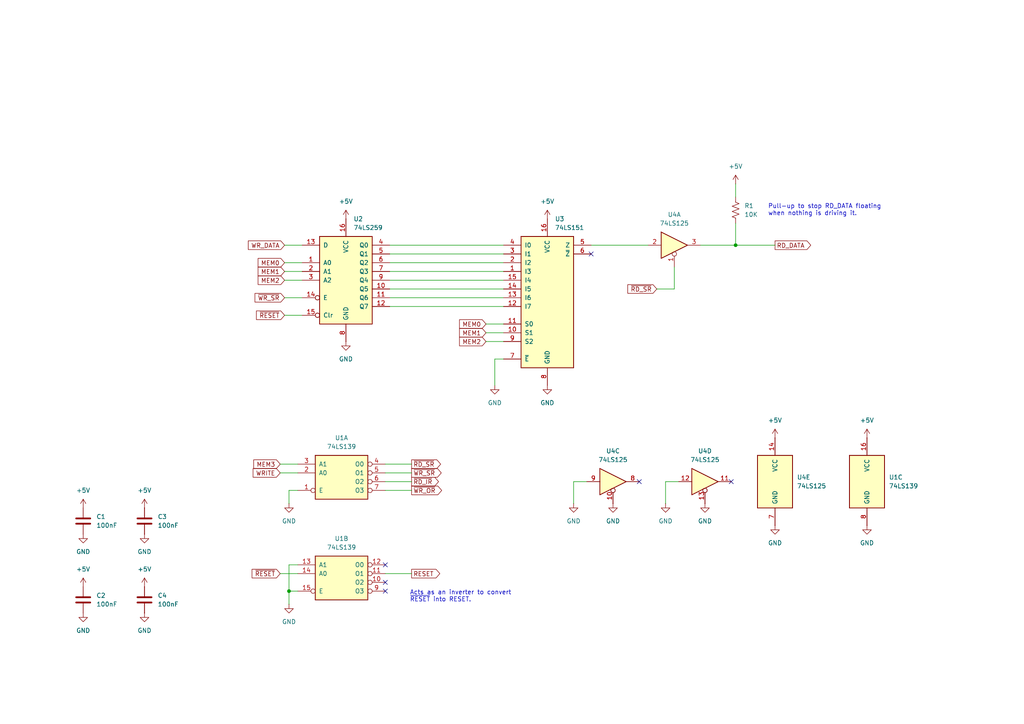
<source format=kicad_sch>
(kicad_sch (version 20231120) (generator "eeschema") (generator_version "8.0")
  (paper "A4")
  (title_block (title "UE1-TTL Memory Module") (date "2025") (rev "1") (comment 1 "Copyright (c) 2025 Rhys Weatherley") (comment 3 "Scratch Register and Address Decoding"))
  (lib_symbols
    (symbol "74xx:74LS125" (pin_names (offset 1.016))
      (property "Reference" "U" (at 0 1.27 0))
      (property "Value" "74LS125" (at 0 -1.27 0))
      (symbol "74LS125_1_0"
        (polyline (pts (xy -3.81 3.81) (xy -3.81 -3.81) (xy 3.81 0) (xy -3.81 3.81)) (stroke (width 0.254)) (fill (type background)))
        (pin input inverted (at 0 -6.35 90) (length 4.445) (name "~") (number "1"))
        (pin input line (at -7.62 0 0) (length 3.81) (name "~") (number "2"))
        (pin tri_state line (at 7.62 0 180) (length 3.81) (name "~") (number "3"))
      )
      (symbol "74LS125_2_0"
        (polyline (pts (xy -3.81 3.81) (xy -3.81 -3.81) (xy 3.81 0) (xy -3.81 3.81)) (stroke (width 0.254)) (fill (type background)))
        (pin input inverted (at 0 -6.35 90) (length 4.445) (name "~") (number "4"))
        (pin input line (at -7.62 0 0) (length 3.81) (name "~") (number "5"))
        (pin tri_state line (at 7.62 0 180) (length 3.81) (name "~") (number "6"))
      )
      (symbol "74LS125_3_0"
        (polyline (pts (xy -3.81 3.81) (xy -3.81 -3.81) (xy 3.81 0) (xy -3.81 3.81)) (stroke (width 0.254)) (fill (type background)))
        (pin input inverted (at 0 -6.35 90) (length 4.445) (name "~") (number "10"))
        (pin tri_state line (at 7.62 0 180) (length 3.81) (name "~") (number "8"))
        (pin input line (at -7.62 0 0) (length 3.81) (name "~") (number "9"))
      )
      (symbol "74LS125_4_0"
        (polyline (pts (xy -3.81 3.81) (xy -3.81 -3.81) (xy 3.81 0) (xy -3.81 3.81)) (stroke (width 0.254)) (fill (type background)))
        (pin tri_state line (at 7.62 0 180) (length 3.81) (name "~") (number "11"))
        (pin input line (at -7.62 0 0) (length 3.81) (name "~") (number "12"))
        (pin input inverted (at 0 -6.35 90) (length 4.445) (name "~") (number "13"))
      )
      (symbol "74LS125_5_0"
        (pin power_in line (at 0 12.7 270) (length 5.08) (name "VCC") (number "14"))
        (pin power_in line (at 0 -12.7 90) (length 5.08) (name "GND") (number "7"))
      )
      (symbol "74LS125_5_1"
        (rectangle (start -5.08 7.62) (end 5.08 -7.62) (stroke (width 0.254)) (fill (type background)))
      )
    )
    (symbol "74xx:74LS139" (pin_names (offset 1.016))
      (property "Reference" "U" (at -7.62 8.89 0))
      (property "Value" "74LS139" (at -7.62 -8.89 0))
      (symbol "74LS139_1_0"
        (pin input inverted (at -12.7 -5.08 0) (length 5.08) (name "E") (number "1"))
        (pin input line (at -12.7 0 0) (length 5.08) (name "A0") (number "2"))
        (pin input line (at -12.7 2.54 0) (length 5.08) (name "A1") (number "3"))
        (pin output inverted (at 12.7 2.54 180) (length 5.08) (name "O0") (number "4"))
        (pin output inverted (at 12.7 0 180) (length 5.08) (name "O1") (number "5"))
        (pin output inverted (at 12.7 -2.54 180) (length 5.08) (name "O2") (number "6"))
        (pin output inverted (at 12.7 -5.08 180) (length 5.08) (name "O3") (number "7"))
      )
      (symbol "74LS139_1_1"
        (rectangle (start -7.62 5.08) (end 7.62 -7.62) (stroke (width 0.254)) (fill (type background)))
      )
      (symbol "74LS139_2_0"
        (pin output inverted (at 12.7 -2.54 180) (length 5.08) (name "O2") (number "10"))
        (pin output inverted (at 12.7 0 180) (length 5.08) (name "O1") (number "11"))
        (pin output inverted (at 12.7 2.54 180) (length 5.08) (name "O0") (number "12"))
        (pin input line (at -12.7 2.54 0) (length 5.08) (name "A1") (number "13"))
        (pin input line (at -12.7 0 0) (length 5.08) (name "A0") (number "14"))
        (pin input inverted (at -12.7 -5.08 0) (length 5.08) (name "E") (number "15"))
        (pin output inverted (at 12.7 -5.08 180) (length 5.08) (name "O3") (number "9"))
      )
      (symbol "74LS139_2_1"
        (rectangle (start -7.62 5.08) (end 7.62 -7.62) (stroke (width 0.254)) (fill (type background)))
      )
      (symbol "74LS139_3_0"
        (pin power_in line (at 0 12.7 270) (length 5.08) (name "VCC") (number "16"))
        (pin power_in line (at 0 -12.7 90) (length 5.08) (name "GND") (number "8"))
      )
      (symbol "74LS139_3_1"
        (rectangle (start -5.08 7.62) (end 5.08 -7.62) (stroke (width 0.254)) (fill (type background)))
      )
    )
    (symbol "74xx:74LS151" (pin_names (offset 1.016))
      (property "Reference" "U" (at -7.62 19.05 0))
      (property "Value" "74LS151" (at -7.62 -21.59 0))
      (symbol "74LS151_1_0"
        (pin input line (at -12.7 7.62 0) (length 5.08) (name "I3") (number "1"))
        (pin input line (at -12.7 -10.16 0) (length 5.08) (name "S1") (number "10"))
        (pin input line (at -12.7 -7.62 0) (length 5.08) (name "S0") (number "11"))
        (pin input line (at -12.7 -2.54 0) (length 5.08) (name "I7") (number "12"))
        (pin input line (at -12.7 0 0) (length 5.08) (name "I6") (number "13"))
        (pin input line (at -12.7 2.54 0) (length 5.08) (name "I5") (number "14"))
        (pin input line (at -12.7 5.08 0) (length 5.08) (name "I4") (number "15"))
        (pin power_in line (at 0 22.86 270) (length 5.08) (name "VCC") (number "16"))
        (pin input line (at -12.7 10.16 0) (length 5.08) (name "I2") (number "2"))
        (pin input line (at -12.7 12.7 0) (length 5.08) (name "I1") (number "3"))
        (pin input line (at -12.7 15.24 0) (length 5.08) (name "I0") (number "4"))
        (pin output line (at 12.7 15.24 180) (length 5.08) (name "Z") (number "5"))
        (pin output line (at 12.7 12.7 180) (length 5.08) (name "~{Z}") (number "6"))
        (pin input line (at -12.7 -17.78 0) (length 5.08) (name "~{E}") (number "7"))
        (pin power_in line (at 0 -25.4 90) (length 5.08) (name "GND") (number "8"))
        (pin input line (at -12.7 -12.7 0) (length 5.08) (name "S2") (number "9"))
      )
      (symbol "74LS151_1_1"
        (rectangle (start -7.62 17.78) (end 7.62 -20.32) (stroke (width 0.254)) (fill (type background)))
      )
    )
    (symbol "74xx:74LS259" (pin_names (offset 1.016))
      (property "Reference" "U" (at -7.62 13.97 0))
      (property "Value" "74LS259" (at -7.62 -13.97 0))
      (symbol "74LS259_1_0"
        (pin input line (at -12.7 5.08 0) (length 5.08) (name "A0") (number "1"))
        (pin output line (at 12.7 -2.54 180) (length 5.08) (name "Q5") (number "10"))
        (pin output line (at 12.7 -5.08 180) (length 5.08) (name "Q6") (number "11"))
        (pin output line (at 12.7 -7.62 180) (length 5.08) (name "Q7") (number "12"))
        (pin input line (at -12.7 10.16 0) (length 5.08) (name "D") (number "13"))
        (pin input inverted (at -12.7 -5.08 0) (length 5.08) (name "E") (number "14"))
        (pin input inverted (at -12.7 -10.16 0) (length 5.08) (name "Clr") (number "15"))
        (pin power_in line (at 0 17.78 270) (length 5.08) (name "VCC") (number "16"))
        (pin input line (at -12.7 2.54 0) (length 5.08) (name "A1") (number "2"))
        (pin input line (at -12.7 0 0) (length 5.08) (name "A2") (number "3"))
        (pin output line (at 12.7 10.16 180) (length 5.08) (name "Q0") (number "4"))
        (pin output line (at 12.7 7.62 180) (length 5.08) (name "Q1") (number "5"))
        (pin output line (at 12.7 5.08 180) (length 5.08) (name "Q2") (number "6"))
        (pin output line (at 12.7 2.54 180) (length 5.08) (name "Q3") (number "7"))
        (pin power_in line (at 0 -17.78 90) (length 5.08) (name "GND") (number "8"))
        (pin output line (at 12.7 0 180) (length 5.08) (name "Q4") (number "9"))
      )
      (symbol "74LS259_1_1"
        (rectangle (start -7.62 12.7) (end 7.62 -12.7) (stroke (width 0.254)) (fill (type background)))
      )
    )
    (symbol "Device:C" (pin_numbers hide) (pin_names (offset 0.254))
      (property "Reference" "C" (at 0.635 2.54 0))
      (property "Value" "C" (at 0.635 -2.54 0))
      (symbol "C_0_1"
        (polyline (pts (xy -2.032 -0.762) (xy 2.032 -0.762)) (stroke (width 0.508)))
        (polyline (pts (xy -2.032 0.762) (xy 2.032 0.762)) (stroke (width 0.508)))
      )
      (symbol "C_1_1"
        (pin passive line (at 0 3.81 270) (length 2.794) (name "~") (number "1"))
        (pin passive line (at 0 -3.81 90) (length 2.794) (name "~") (number "2"))
      )
    )
    (symbol "Device:R_US" (pin_numbers hide) (pin_names (offset 0))
      (property "Reference" "R" (at 2.54 0 90))
      (property "Value" "R_US" (at -2.54 0 90))
      (symbol "R_US_0_1"
        (polyline (pts (xy 0 -2.286) (xy 0 -2.54)))
        (polyline (pts (xy 0 2.286) (xy 0 2.54)))
        (polyline (pts (xy 0 -0.762) (xy 1.016 -1.143) (xy 0 -1.524) (xy -1.016 -1.905) (xy 0 -2.286)))
        (polyline (pts (xy 0 0.762) (xy 1.016 0.381) (xy 0 0) (xy -1.016 -0.381) (xy 0 -0.762)))
        (polyline (pts (xy 0 2.286) (xy 1.016 1.905) (xy 0 1.524) (xy -1.016 1.143) (xy 0 0.762)))
      )
      (symbol "R_US_1_1"
        (pin passive line (at 0 3.81 270) (length 1.27) (name "~") (number "1"))
        (pin passive line (at 0 -3.81 90) (length 1.27) (name "~") (number "2"))
      )
    )
    (symbol "power:+5V" (power) (pin_numbers hide) (pin_names (offset 0) hide)
      (property "Value" "+5V" (at 0 3.556 0))
      (symbol "+5V_0_1"
        (polyline (pts (xy -0.762 1.27) (xy 0 2.54)))
        (polyline (pts (xy 0 0) (xy 0 2.54)))
        (polyline (pts (xy 0 2.54) (xy 0.762 1.27)))
      )
      (symbol "+5V_1_1"
        (pin power_in line (at 0 0 90) (length 0) (name "~") (number "1"))
      )
    )
    (symbol "power:GND" (power) (pin_numbers hide) (pin_names (offset 0) hide)
      (property "Value" "GND" (at 0 -3.81 0))
      (symbol "GND_0_1"
        (polyline (pts (xy 0 0) (xy 0 -1.27) (xy 1.27 -1.27) (xy 0 -2.54) (xy -1.27 -1.27) (xy 0 -1.27)))
      )
      (symbol "GND_1_1"
        (pin power_in line (at 0 0 270) (length 0) (name "~") (number "1"))
      )
    )
  )
  (junction (at 83.82 171.45))
  (junction (at 213.36 71.12))
  (no_connect (at 185.42 139.7))
  (no_connect (at 111.76 163.83))
  (no_connect (at 171.45 73.66))
  (no_connect (at 212.09 139.7))
  (no_connect (at 111.76 171.45))
  (no_connect (at 111.76 168.91))
  (wire (pts (xy 111.76 142.24) (xy 119.38 142.24)))
  (wire (pts (xy 111.76 139.7) (xy 119.38 139.7)))
  (wire (pts (xy 143.51 104.14) (xy 146.05 104.14)))
  (wire (pts (xy 86.36 171.45) (xy 83.82 171.45)))
  (wire (pts (xy 82.55 86.36) (xy 87.63 86.36)))
  (wire (pts (xy 113.03 88.9) (xy 146.05 88.9)))
  (wire (pts (xy 113.03 86.36) (xy 146.05 86.36)))
  (wire (pts (xy 195.58 77.47) (xy 195.58 83.82)))
  (wire (pts (xy 82.55 78.74) (xy 87.63 78.74)))
  (wire (pts (xy 213.36 71.12) (xy 224.79 71.12)))
  (wire (pts (xy 213.36 53.34) (xy 213.36 57.15)))
  (wire (pts (xy 113.03 83.82) (xy 146.05 83.82)))
  (wire (pts (xy 82.55 91.44) (xy 87.63 91.44)))
  (wire (pts (xy 83.82 142.24) (xy 83.82 146.05)))
  (wire (pts (xy 193.04 139.7) (xy 193.04 146.05)))
  (wire (pts (xy 140.97 96.52) (xy 146.05 96.52)))
  (wire (pts (xy 83.82 163.83) (xy 83.82 171.45)))
  (wire (pts (xy 140.97 93.98) (xy 146.05 93.98)))
  (wire (pts (xy 83.82 171.45) (xy 83.82 175.26)))
  (wire (pts (xy 111.76 137.16) (xy 119.38 137.16)))
  (wire (pts (xy 81.28 166.37) (xy 86.36 166.37)))
  (wire (pts (xy 86.36 142.24) (xy 83.82 142.24)))
  (wire (pts (xy 82.55 81.28) (xy 87.63 81.28)))
  (wire (pts (xy 86.36 163.83) (xy 83.82 163.83)))
  (wire (pts (xy 81.28 134.62) (xy 86.36 134.62)))
  (wire (pts (xy 140.97 99.06) (xy 146.05 99.06)))
  (wire (pts (xy 213.36 64.77) (xy 213.36 71.12)))
  (wire (pts (xy 196.85 139.7) (xy 193.04 139.7)))
  (wire (pts (xy 82.55 71.12) (xy 87.63 71.12)))
  (wire (pts (xy 113.03 81.28) (xy 146.05 81.28)))
  (wire (pts (xy 143.51 111.76) (xy 143.51 104.14)))
  (wire (pts (xy 171.45 71.12) (xy 187.96 71.12)))
  (wire (pts (xy 111.76 166.37) (xy 119.38 166.37)))
  (wire (pts (xy 81.28 137.16) (xy 86.36 137.16)))
  (wire (pts (xy 170.18 139.7) (xy 166.37 139.7)))
  (wire (pts (xy 111.76 134.62) (xy 119.38 134.62)))
  (wire (pts (xy 203.2 71.12) (xy 213.36 71.12)))
  (wire (pts (xy 113.03 73.66) (xy 146.05 73.66)))
  (wire (pts (xy 190.5 83.82) (xy 195.58 83.82)))
  (wire (pts (xy 82.55 76.2) (xy 87.63 76.2)))
  (wire (pts (xy 113.03 78.74) (xy 146.05 78.74)))
  (wire (pts (xy 166.37 139.7) (xy 166.37 146.05)))
  (wire (pts (xy 113.03 71.12) (xy 146.05 71.12)))
  (wire (pts (xy 113.03 76.2) (xy 146.05 76.2)))
  (text "Acts as an inverter to convert\n~{RESET} into RESET." (at 118.872 172.974 0) (effects (font (size 1.27 1.27)) (justify left)))
  (text "Pull-up to stop RD_DATA floating\nwhen nothing is driving it." (at 222.758 60.96 0) (effects (font (size 1.27 1.27)) (justify left)))
  (global_label "~{WR_OR}" (shape output) (at 119.38 142.24 0) (property "Intersheetrefs" "${INTERSHEET_REFS}" (effects (hide yes))))
  (global_label "RD_DATA" (shape output) (at 224.79 71.12 0) (property "Intersheetrefs" "${INTERSHEET_REFS}" (effects (hide yes))))
  (global_label "~{RD_SR}" (shape input) (at 190.5 83.82 180) (property "Intersheetrefs" "${INTERSHEET_REFS}" (effects (hide yes))))
  (global_label "MEM0" (shape input) (at 140.97 93.98 180) (property "Intersheetrefs" "${INTERSHEET_REFS}" (effects (hide yes))))
  (global_label "MEM1" (shape input) (at 140.97 96.52 180) (property "Intersheetrefs" "${INTERSHEET_REFS}" (effects (hide yes))))
  (global_label "MEM2" (shape input) (at 82.55 81.28 180) (property "Intersheetrefs" "${INTERSHEET_REFS}" (effects (hide yes))))
  (global_label "~{WR_SR}" (shape input) (at 82.55 86.36 180) (property "Intersheetrefs" "${INTERSHEET_REFS}" (effects (hide yes))))
  (global_label "MEM3" (shape input) (at 81.28 134.62 180) (property "Intersheetrefs" "${INTERSHEET_REFS}" (effects (hide yes))))
  (global_label "RESET" (shape output) (at 119.38 166.37 0) (property "Intersheetrefs" "${INTERSHEET_REFS}" (effects (hide yes))))
  (global_label "WR_DATA" (shape input) (at 82.55 71.12 180) (property "Intersheetrefs" "${INTERSHEET_REFS}" (effects (hide yes))))
  (global_label "MEM1" (shape input) (at 82.55 78.74 180) (property "Intersheetrefs" "${INTERSHEET_REFS}" (effects (hide yes))))
  (global_label "MEM0" (shape input) (at 82.55 76.2 180) (property "Intersheetrefs" "${INTERSHEET_REFS}" (effects (hide yes))))
  (global_label "~{WR_SR}" (shape output) (at 119.38 137.16 0) (property "Intersheetrefs" "${INTERSHEET_REFS}" (effects (hide yes))))
  (global_label "~{RD_IR}" (shape output) (at 119.38 139.7 0) (property "Intersheetrefs" "${INTERSHEET_REFS}" (effects (hide yes))))
  (global_label "~{RD_SR}" (shape output) (at 119.38 134.62 0) (property "Intersheetrefs" "${INTERSHEET_REFS}" (effects (hide yes))))
  (global_label "~{RESET}" (shape input) (at 81.28 166.37 180) (property "Intersheetrefs" "${INTERSHEET_REFS}" (effects (hide yes))))
  (global_label "~{RESET}" (shape input) (at 82.55 91.44 180) (property "Intersheetrefs" "${INTERSHEET_REFS}" (effects (hide yes))))
  (global_label "WRITE" (shape input) (at 81.28 137.16 180) (property "Intersheetrefs" "${INTERSHEET_REFS}" (effects (hide yes))))
  (global_label "MEM2" (shape input) (at 140.97 99.06 180) (property "Intersheetrefs" "${INTERSHEET_REFS}" (effects (hide yes))))
  (symbol (lib_id "power:+5V") (at 41.91 170.18 0) (unit 1)
    (property "Reference" "#PWR15" (effects (hide yes)))
    (property "Value" "+5V" (at 41.91 165.1 0))
    (property "Description" "Power symbol creates a global label with name \"+5V\"" (effects (hide yes)))
  )
  (symbol (lib_id "power:GND") (at 224.79 152.4 0) (unit 1)
    (property "Reference" "#PWR30" (effects (hide yes)))
    (property "Value" "GND" (at 224.79 157.48 0))
    (property "Description" "Power symbol creates a global label with name \"GND\" , ground" (effects (hide yes)))
  )
  (symbol (lib_id "power:GND") (at 158.75 111.76 0) (unit 1)
    (property "Reference" "#PWR23" (effects (hide yes)))
    (property "Value" "GND" (at 158.75 116.84 0))
    (property "Description" "Power symbol creates a global label with name \"GND\" , ground" (effects (hide yes)))
  )
  (symbol (lib_id "74xx:74LS259") (at 100.33 81.28 0) (unit 1)
    (property "Reference" "U2" (at 102.5241 63.5 0) (effects (justify left)))
    (property "Value" "74LS259" (at 102.5241 66.04 0) (effects (justify left)))
    (property "Footprint" "Package_DIP:DIP-16_W7.62mm" (effects (hide yes)))
    (property "Datasheet" "http://www.ti.com/lit/gpn/sn74LS259" (effects (hide yes)))
    (property "Description" "8-bit addressable latch" (effects (hide yes)))
  )
  (symbol (lib_id "power:GND") (at 41.91 154.94 0) (unit 1)
    (property "Reference" "#PWR14" (effects (hide yes)))
    (property "Value" "GND" (at 41.91 160.02 0))
    (property "Description" "Power symbol creates a global label with name \"GND\" , ground" (effects (hide yes)))
  )
  (symbol (lib_id "power:GND") (at 251.46 152.4 0) (unit 1)
    (property "Reference" "#PWR32" (effects (hide yes)))
    (property "Value" "GND" (at 251.46 157.48 0))
    (property "Description" "Power symbol creates a global label with name \"GND\" , ground" (effects (hide yes)))
  )
  (symbol (lib_id "power:+5V") (at 251.46 127 0) (unit 1)
    (property "Reference" "#PWR31" (effects (hide yes)))
    (property "Value" "+5V" (at 251.46 121.92 0))
    (property "Description" "Power symbol creates a global label with name \"+5V\"" (effects (hide yes)))
  )
  (symbol (lib_id "74xx:74LS139") (at 99.06 137.16 0) (unit 1)
    (property "Reference" "U1" (at 99.06 127 0))
    (property "Value" "74LS139" (at 99.06 129.54 0))
    (property "Footprint" "Package_DIP:DIP-16_W7.62mm" (effects (hide yes)))
    (property "Datasheet" "http://www.ti.com/lit/ds/symlink/sn74ls139a.pdf" (effects (hide yes)))
    (property "Description" "Dual Decoder 1 of 4, Active low outputs" (effects (hide yes)))
  )
  (symbol (lib_id "Device:C") (at 24.13 173.99 0) (unit 1)
    (property "Reference" "C2" (at 27.94 172.7199 0) (effects (justify left)))
    (property "Value" "100nF" (at 27.94 175.2599 0) (effects (justify left)))
    (property "Footprint" "Capacitor_THT:C_Disc_D5.0mm_W2.5mm_P5.00mm" (effects (hide yes)))
    (property "Description" "Unpolarized capacitor" (effects (hide yes)))
  )
  (symbol (lib_id "74xx:74LS125") (at 195.58 71.12 0) (unit 1)
    (property "Reference" "U4" (at 195.58 62.23 0))
    (property "Value" "74LS125" (at 195.58 64.77 0))
    (property "Footprint" "Package_DIP:DIP-14_W7.62mm" (effects (hide yes)))
    (property "Datasheet" "http://www.ti.com/lit/gpn/sn74LS125" (effects (hide yes)))
    (property "Description" "Quad buffer 3-State outputs" (effects (hide yes)))
  )
  (symbol (lib_id "74xx:74LS139") (at 251.46 139.7 0) (unit 3)
    (property "Reference" "U1" (at 257.81 138.4299 0) (effects (justify left)))
    (property "Value" "74LS139" (at 257.81 140.9699 0) (effects (justify left)))
    (property "Footprint" "Package_DIP:DIP-16_W7.62mm" (effects (hide yes)))
    (property "Datasheet" "http://www.ti.com/lit/ds/symlink/sn74ls139a.pdf" (effects (hide yes)))
    (property "Description" "Dual Decoder 1 of 4, Active low outputs" (effects (hide yes)))
  )
  (symbol (lib_id "power:GND") (at 193.04 146.05 0) (unit 1)
    (property "Reference" "#PWR26" (effects (hide yes)))
    (property "Value" "GND" (at 193.04 151.13 0))
    (property "Description" "Power symbol creates a global label with name \"GND\" , ground" (effects (hide yes)))
  )
  (symbol (lib_id "power:GND") (at 83.82 146.05 0) (unit 1)
    (property "Reference" "#PWR17" (effects (hide yes)))
    (property "Value" "GND" (at 83.82 151.13 0))
    (property "Description" "Power symbol creates a global label with name \"GND\" , ground" (effects (hide yes)))
  )
  (symbol (lib_id "power:GND") (at 24.13 177.8 0) (unit 1)
    (property "Reference" "#PWR12" (effects (hide yes)))
    (property "Value" "GND" (at 24.13 182.88 0))
    (property "Description" "Power symbol creates a global label with name \"GND\" , ground" (effects (hide yes)))
  )
  (symbol (lib_id "power:GND") (at 166.37 146.05 0) (unit 1)
    (property "Reference" "#PWR24" (effects (hide yes)))
    (property "Value" "GND" (at 166.37 151.13 0))
    (property "Description" "Power symbol creates a global label with name \"GND\" , ground" (effects (hide yes)))
  )
  (symbol (lib_id "power:+5V") (at 41.91 147.32 0) (unit 1)
    (property "Reference" "#PWR13" (effects (hide yes)))
    (property "Value" "+5V" (at 41.91 142.24 0))
    (property "Description" "Power symbol creates a global label with name \"+5V\"" (effects (hide yes)))
  )
  (symbol (lib_id "Device:R_US") (at 213.36 60.96 0) (unit 1)
    (property "Reference" "R1" (at 215.9 59.6899 0) (effects (justify left)))
    (property "Value" "10K" (at 215.9 62.2299 0) (effects (justify left)))
    (property "Footprint" "Resistor_THT:R_Axial_DIN0207_L6.3mm_D2.5mm_P7.62mm_Horizontal" (effects (hide yes)))
    (property "Description" "Resistor, US symbol" (effects (hide yes)))
  )
  (symbol (lib_id "74xx:74LS125") (at 224.79 139.7 0) (unit 5)
    (property "Reference" "U4" (at 231.14 138.4299 0) (effects (justify left)))
    (property "Value" "74LS125" (at 231.14 140.9699 0) (effects (justify left)))
    (property "Footprint" "Package_DIP:DIP-14_W7.62mm" (effects (hide yes)))
    (property "Datasheet" "http://www.ti.com/lit/gpn/sn74LS125" (effects (hide yes)))
    (property "Description" "Quad buffer 3-State outputs" (effects (hide yes)))
  )
  (symbol (lib_id "power:+5V") (at 24.13 170.18 0) (unit 1)
    (property "Reference" "#PWR11" (effects (hide yes)))
    (property "Value" "+5V" (at 24.13 165.1 0))
    (property "Description" "Power symbol creates a global label with name \"+5V\"" (effects (hide yes)))
  )
  (symbol (lib_id "power:+5V") (at 158.75 63.5 0) (unit 1)
    (property "Reference" "#PWR22" (effects (hide yes)))
    (property "Value" "+5V" (at 158.75 58.42 0))
    (property "Description" "Power symbol creates a global label with name \"+5V\"" (effects (hide yes)))
  )
  (symbol (lib_id "power:+5V") (at 224.79 127 0) (unit 1)
    (property "Reference" "#PWR29" (effects (hide yes)))
    (property "Value" "+5V" (at 224.79 121.92 0))
    (property "Description" "Power symbol creates a global label with name \"+5V\"" (effects (hide yes)))
  )
  (symbol (lib_id "power:+5V") (at 213.36 53.34 0) (unit 1)
    (property "Reference" "#PWR28" (effects (hide yes)))
    (property "Value" "+5V" (at 213.36 48.26 0))
    (property "Description" "Power symbol creates a global label with name \"+5V\"" (effects (hide yes)))
  )
  (symbol (lib_id "power:GND") (at 100.33 99.06 0) (unit 1)
    (property "Reference" "#PWR20" (effects (hide yes)))
    (property "Value" "GND" (at 100.33 104.14 0))
    (property "Description" "Power symbol creates a global label with name \"GND\" , ground" (effects (hide yes)))
  )
  (symbol (lib_id "power:+5V") (at 100.33 63.5 0) (unit 1)
    (property "Reference" "#PWR19" (effects (hide yes)))
    (property "Value" "+5V" (at 100.33 58.42 0))
    (property "Description" "Power symbol creates a global label with name \"+5V\"" (effects (hide yes)))
  )
  (symbol (lib_id "Device:C") (at 24.13 151.13 0) (unit 1)
    (property "Reference" "C1" (at 27.94 149.8599 0) (effects (justify left)))
    (property "Value" "100nF" (at 27.94 152.3999 0) (effects (justify left)))
    (property "Footprint" "Capacitor_THT:C_Disc_D5.0mm_W2.5mm_P5.00mm" (effects (hide yes)))
    (property "Description" "Unpolarized capacitor" (effects (hide yes)))
  )
  (symbol (lib_id "power:GND") (at 143.51 111.76 0) (unit 1)
    (property "Reference" "#PWR21" (effects (hide yes)))
    (property "Value" "GND" (at 143.51 116.84 0))
    (property "Description" "Power symbol creates a global label with name \"GND\" , ground" (effects (hide yes)))
  )
  (symbol (lib_id "74xx:74LS125") (at 204.47 139.7 0) (unit 4)
    (property "Reference" "U4" (at 204.47 130.81 0))
    (property "Value" "74LS125" (at 204.47 133.35 0))
    (property "Footprint" "Package_DIP:DIP-14_W7.62mm" (effects (hide yes)))
    (property "Datasheet" "http://www.ti.com/lit/gpn/sn74LS125" (effects (hide yes)))
    (property "Description" "Quad buffer 3-State outputs" (effects (hide yes)))
  )
  (symbol (lib_id "74xx:74LS139") (at 99.06 166.37 0) (unit 2)
    (property "Reference" "U1" (at 99.06 156.21 0))
    (property "Value" "74LS139" (at 99.06 158.75 0))
    (property "Footprint" "Package_DIP:DIP-16_W7.62mm" (effects (hide yes)))
    (property "Datasheet" "http://www.ti.com/lit/ds/symlink/sn74ls139a.pdf" (effects (hide yes)))
    (property "Description" "Dual Decoder 1 of 4, Active low outputs" (effects (hide yes)))
  )
  (symbol (lib_id "Device:C") (at 41.91 173.99 0) (unit 1)
    (property "Reference" "C4" (at 45.72 172.7199 0) (effects (justify left)))
    (property "Value" "100nF" (at 45.72 175.2599 0) (effects (justify left)))
    (property "Footprint" "Capacitor_THT:C_Disc_D5.0mm_W2.5mm_P5.00mm" (effects (hide yes)))
    (property "Description" "Unpolarized capacitor" (effects (hide yes)))
  )
  (symbol (lib_id "74xx:74LS151") (at 158.75 86.36 0) (unit 1)
    (property "Reference" "U3" (at 160.9441 63.5 0) (effects (justify left)))
    (property "Value" "74LS151" (at 160.9441 66.04 0) (effects (justify left)))
    (property "Footprint" "Package_DIP:DIP-16_W7.62mm" (effects (hide yes)))
    (property "Datasheet" "http://www.ti.com/lit/gpn/sn74LS151" (effects (hide yes)))
    (property "Description" "Multiplexer 8 to 1" (effects (hide yes)))
  )
  (symbol (lib_id "power:GND") (at 41.91 177.8 0) (unit 1)
    (property "Reference" "#PWR16" (effects (hide yes)))
    (property "Value" "GND" (at 41.91 182.88 0))
    (property "Description" "Power symbol creates a global label with name \"GND\" , ground" (effects (hide yes)))
  )
  (symbol (lib_id "power:GND") (at 83.82 175.26 0) (unit 1)
    (property "Reference" "#PWR18" (effects (hide yes)))
    (property "Value" "GND" (at 83.82 180.34 0))
    (property "Description" "Power symbol creates a global label with name \"GND\" , ground" (effects (hide yes)))
  )
  (symbol (lib_id "power:GND") (at 204.47 146.05 0) (unit 1)
    (property "Reference" "#PWR27" (effects (hide yes)))
    (property "Value" "GND" (at 204.47 151.13 0))
    (property "Description" "Power symbol creates a global label with name \"GND\" , ground" (effects (hide yes)))
  )
  (symbol (lib_id "power:GND") (at 177.8 146.05 0) (unit 1)
    (property "Reference" "#PWR25" (effects (hide yes)))
    (property "Value" "GND" (at 177.8 151.13 0))
    (property "Description" "Power symbol creates a global label with name \"GND\" , ground" (effects (hide yes)))
  )
  (symbol (lib_id "power:+5V") (at 24.13 147.32 0) (unit 1)
    (property "Reference" "#PWR9" (effects (hide yes)))
    (property "Value" "+5V" (at 24.13 142.24 0))
    (property "Description" "Power symbol creates a global label with name \"+5V\"" (effects (hide yes)))
  )
  (symbol (lib_id "74xx:74LS125") (at 177.8 139.7 0) (unit 3)
    (property "Reference" "U4" (at 177.8 130.81 0))
    (property "Value" "74LS125" (at 177.8 133.35 0))
    (property "Footprint" "Package_DIP:DIP-14_W7.62mm" (effects (hide yes)))
    (property "Datasheet" "http://www.ti.com/lit/gpn/sn74LS125" (effects (hide yes)))
    (property "Description" "Quad buffer 3-State outputs" (effects (hide yes)))
  )
  (symbol (lib_id "power:GND") (at 24.13 154.94 0) (unit 1)
    (property "Reference" "#PWR10" (effects (hide yes)))
    (property "Value" "GND" (at 24.13 160.02 0))
    (property "Description" "Power symbol creates a global label with name \"GND\" , ground" (effects (hide yes)))
  )
  (symbol (lib_id "Device:C") (at 41.91 151.13 0) (unit 1)
    (property "Reference" "C3" (at 45.72 149.8599 0) (effects (justify left)))
    (property "Value" "100nF" (at 45.72 152.3999 0) (effects (justify left)))
    (property "Footprint" "Capacitor_THT:C_Disc_D5.0mm_W2.5mm_P5.00mm" (effects (hide yes)))
    (property "Description" "Unpolarized capacitor" (effects (hide yes)))
  )
)
</source>
